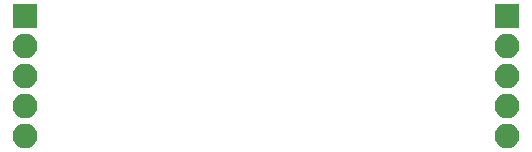
<source format=gbs>
G04 #@! TF.GenerationSoftware,KiCad,Pcbnew,(5.0.0)*
G04 #@! TF.CreationDate,2018-08-11T20:49:35+09:00*
G04 #@! TF.ProjectId,AD593x_impedance_analyzer,4144353933785F696D706564616E6365,rev?*
G04 #@! TF.SameCoordinates,Original*
G04 #@! TF.FileFunction,Soldermask,Bot*
G04 #@! TF.FilePolarity,Negative*
%FSLAX46Y46*%
G04 Gerber Fmt 4.6, Leading zero omitted, Abs format (unit mm)*
G04 Created by KiCad (PCBNEW (5.0.0)) date 08/11/18 20:49:35*
%MOMM*%
%LPD*%
G01*
G04 APERTURE LIST*
%ADD10R,2.100000X2.100000*%
%ADD11O,2.100000X2.100000*%
G04 APERTURE END LIST*
D10*
G04 #@! TO.C,J1*
X76300000Y-80000000D03*
D11*
X76300000Y-82540000D03*
X76300000Y-85080000D03*
X76300000Y-87620000D03*
X76300000Y-90160000D03*
G04 #@! TD*
G04 #@! TO.C,J2*
X117100000Y-90160000D03*
X117100000Y-87620000D03*
X117100000Y-85080000D03*
X117100000Y-82540000D03*
D10*
X117100000Y-80000000D03*
G04 #@! TD*
M02*

</source>
